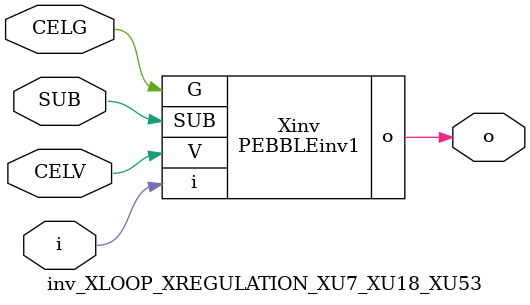
<source format=v>



module PEBBLEinv1 ( o, G, SUB, V, i );

  input V;
  input i;
  input G;
  output o;
  input SUB;
endmodule

//Celera Confidential Do Not Copy inv_XLOOP_XREGULATION_XU7_XU18_XU53
//Celera Confidential Symbol Generator
//5V Inverter
module inv_XLOOP_XREGULATION_XU7_XU18_XU53 (CELV,CELG,i,o,SUB);
input CELV;
input CELG;
input i;
input SUB;
output o;

//Celera Confidential Do Not Copy inv
PEBBLEinv1 Xinv(
.V (CELV),
.i (i),
.o (o),
.SUB (SUB),
.G (CELG)
);
//,diesize,PEBBLEinv1

//Celera Confidential Do Not Copy Module End
//Celera Schematic Generator
endmodule

</source>
